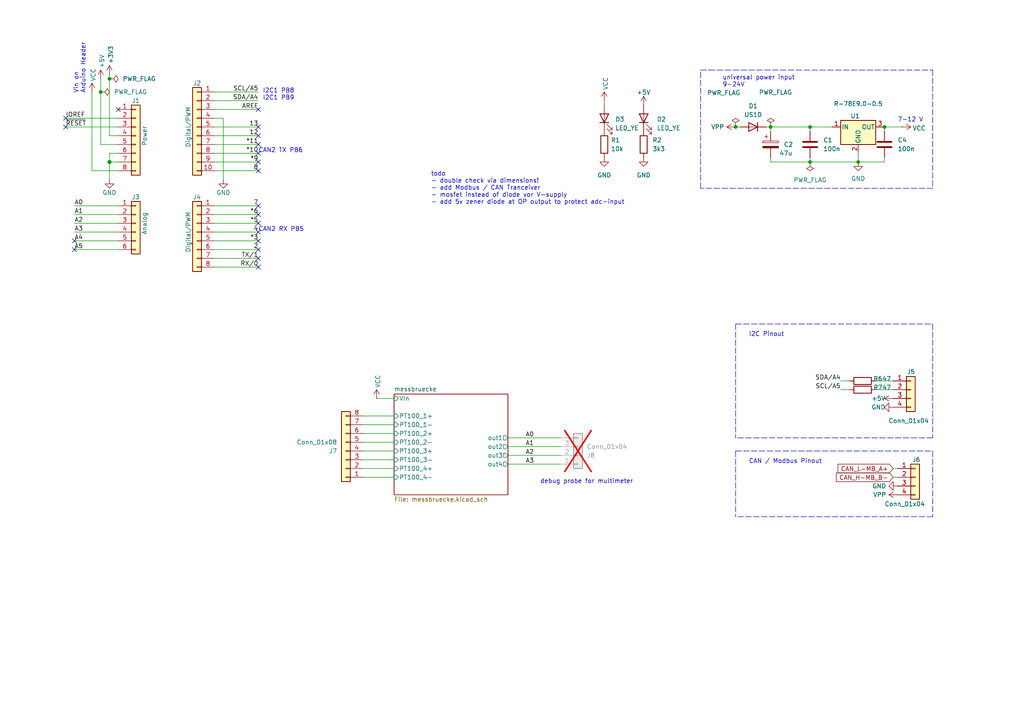
<source format=kicad_sch>
(kicad_sch (version 20231120) (generator "eeschema") (generator_version "8.0")
  (paper "A4")
  (title_block (title "4-Fach Messbruecke PT1000") (date "2024-09-02") (rev "v.0.2") (company "LMWB") (comment 1 "Lukas Bartels 2024"))
  (lib_symbols
    (symbol "Connector_Generic:Conn_01x04" (pin_names (offset 1.016) hide)
      (property "Reference" "J" (at 0 5.08 0))
      (property "Value" "Conn_01x04" (at 0 -7.62 0))
      (symbol "Conn_01x04_1_1"
        (rectangle (start -1.27 -4.953) (end 0 -5.207) (stroke (width 0.1524)))
        (rectangle (start -1.27 -2.413) (end 0 -2.667) (stroke (width 0.1524)))
        (rectangle (start -1.27 0.127) (end 0 -0.127) (stroke (width 0.1524)))
        (rectangle (start -1.27 2.667) (end 0 2.413) (stroke (width 0.1524)))
        (rectangle (start -1.27 3.81) (end 1.27 -6.35) (stroke (width 0.254)) (fill (type background)))
        (pin passive line (at -5.08 2.54 0) (length 3.81) (name "Pin_1") (number "1"))
        (pin passive line (at -5.08 0 0) (length 3.81) (name "Pin_2") (number "2"))
        (pin passive line (at -5.08 -2.54 0) (length 3.81) (name "Pin_3") (number "3"))
        (pin passive line (at -5.08 -5.08 0) (length 3.81) (name "Pin_4") (number "4"))
      )
    )
    (symbol "Connector_Generic:Conn_01x06" (pin_names (offset 1.016) hide)
      (property "Reference" "J" (at 0 7.62 0))
      (property "Value" "Conn_01x06" (at 0 -10.16 0))
      (symbol "Conn_01x06_1_1"
        (rectangle (start -1.27 -7.493) (end 0 -7.747) (stroke (width 0.1524)))
        (rectangle (start -1.27 -4.953) (end 0 -5.207) (stroke (width 0.1524)))
        (rectangle (start -1.27 -2.413) (end 0 -2.667) (stroke (width 0.1524)))
        (rectangle (start -1.27 0.127) (end 0 -0.127) (stroke (width 0.1524)))
        (rectangle (start -1.27 2.667) (end 0 2.413) (stroke (width 0.1524)))
        (rectangle (start -1.27 5.207) (end 0 4.953) (stroke (width 0.1524)))
        (rectangle (start -1.27 6.35) (end 1.27 -8.89) (stroke (width 0.254)) (fill (type background)))
        (pin passive line (at -5.08 5.08 0) (length 3.81) (name "Pin_1") (number "1"))
        (pin passive line (at -5.08 2.54 0) (length 3.81) (name "Pin_2") (number "2"))
        (pin passive line (at -5.08 0 0) (length 3.81) (name "Pin_3") (number "3"))
        (pin passive line (at -5.08 -2.54 0) (length 3.81) (name "Pin_4") (number "4"))
        (pin passive line (at -5.08 -5.08 0) (length 3.81) (name "Pin_5") (number "5"))
        (pin passive line (at -5.08 -7.62 0) (length 3.81) (name "Pin_6") (number "6"))
      )
    )
    (symbol "Connector_Generic:Conn_01x08" (pin_names (offset 1.016) hide)
      (property "Reference" "J" (at 0 10.16 0))
      (property "Value" "Conn_01x08" (at 0 -12.7 0))
      (symbol "Conn_01x08_1_1"
        (rectangle (start -1.27 -10.033) (end 0 -10.287) (stroke (width 0.1524)))
        (rectangle (start -1.27 -7.493) (end 0 -7.747) (stroke (width 0.1524)))
        (rectangle (start -1.27 -4.953) (end 0 -5.207) (stroke (width 0.1524)))
        (rectangle (start -1.27 -2.413) (end 0 -2.667) (stroke (width 0.1524)))
        (rectangle (start -1.27 0.127) (end 0 -0.127) (stroke (width 0.1524)))
        (rectangle (start -1.27 2.667) (end 0 2.413) (stroke (width 0.1524)))
        (rectangle (start -1.27 5.207) (end 0 4.953) (stroke (width 0.1524)))
        (rectangle (start -1.27 7.747) (end 0 7.493) (stroke (width 0.1524)))
        (rectangle (start -1.27 8.89) (end 1.27 -11.43) (stroke (width 0.254)) (fill (type background)))
        (pin passive line (at -5.08 7.62 0) (length 3.81) (name "Pin_1") (number "1"))
        (pin passive line (at -5.08 5.08 0) (length 3.81) (name "Pin_2") (number "2"))
        (pin passive line (at -5.08 2.54 0) (length 3.81) (name "Pin_3") (number "3"))
        (pin passive line (at -5.08 0 0) (length 3.81) (name "Pin_4") (number "4"))
        (pin passive line (at -5.08 -2.54 0) (length 3.81) (name "Pin_5") (number "5"))
        (pin passive line (at -5.08 -5.08 0) (length 3.81) (name "Pin_6") (number "6"))
        (pin passive line (at -5.08 -7.62 0) (length 3.81) (name "Pin_7") (number "7"))
        (pin passive line (at -5.08 -10.16 0) (length 3.81) (name "Pin_8") (number "8"))
      )
    )
    (symbol "Connector_Generic:Conn_01x10" (pin_names (offset 1.016) hide)
      (property "Reference" "J" (at 0 12.7 0))
      (property "Value" "Conn_01x10" (at 0 -15.24 0))
      (symbol "Conn_01x10_1_1"
        (rectangle (start -1.27 -12.573) (end 0 -12.827) (stroke (width 0.1524)))
        (rectangle (start -1.27 -10.033) (end 0 -10.287) (stroke (width 0.1524)))
        (rectangle (start -1.27 -7.493) (end 0 -7.747) (stroke (width 0.1524)))
        (rectangle (start -1.27 -4.953) (end 0 -5.207) (stroke (width 0.1524)))
        (rectangle (start -1.27 -2.413) (end 0 -2.667) (stroke (width 0.1524)))
        (rectangle (start -1.27 0.127) (end 0 -0.127) (stroke (width 0.1524)))
        (rectangle (start -1.27 2.667) (end 0 2.413) (stroke (width 0.1524)))
        (rectangle (start -1.27 5.207) (end 0 4.953) (stroke (width 0.1524)))
        (rectangle (start -1.27 7.747) (end 0 7.493) (stroke (width 0.1524)))
        (rectangle (start -1.27 10.287) (end 0 10.033) (stroke (width 0.1524)))
        (rectangle (start -1.27 11.43) (end 1.27 -13.97) (stroke (width 0.254)) (fill (type background)))
        (pin passive line (at -5.08 10.16 0) (length 3.81) (name "Pin_1") (number "1"))
        (pin passive line (at -5.08 -12.7 0) (length 3.81) (name "Pin_10") (number "10"))
        (pin passive line (at -5.08 7.62 0) (length 3.81) (name "Pin_2") (number "2"))
        (pin passive line (at -5.08 5.08 0) (length 3.81) (name "Pin_3") (number "3"))
        (pin passive line (at -5.08 2.54 0) (length 3.81) (name "Pin_4") (number "4"))
        (pin passive line (at -5.08 0 0) (length 3.81) (name "Pin_5") (number "5"))
        (pin passive line (at -5.08 -2.54 0) (length 3.81) (name "Pin_6") (number "6"))
        (pin passive line (at -5.08 -5.08 0) (length 3.81) (name "Pin_7") (number "7"))
        (pin passive line (at -5.08 -7.62 0) (length 3.81) (name "Pin_8") (number "8"))
        (pin passive line (at -5.08 -10.16 0) (length 3.81) (name "Pin_9") (number "9"))
      )
    )
    (symbol "Device:C" (pin_numbers hide) (pin_names (offset 0.254))
      (property "Reference" "C" (at 0.635 2.54 0))
      (property "Value" "C" (at 0.635 -2.54 0))
      (symbol "C_0_1"
        (polyline (pts (xy -2.032 -0.762) (xy 2.032 -0.762)) (stroke (width 0.508)))
        (polyline (pts (xy -2.032 0.762) (xy 2.032 0.762)) (stroke (width 0.508)))
      )
      (symbol "C_1_1"
        (pin passive line (at 0 3.81 270) (length 2.794) (name "~") (number "1"))
        (pin passive line (at 0 -3.81 90) (length 2.794) (name "~") (number "2"))
      )
    )
    (symbol "Device:C_Polarized" (pin_numbers hide) (pin_names (offset 0.254))
      (property "Reference" "C" (at 0.635 2.54 0))
      (property "Value" "C_Polarized" (at 0.635 -2.54 0))
      (symbol "C_Polarized_0_1"
        (rectangle (start -2.286 0.508) (end 2.286 1.016))
        (polyline (pts (xy -1.778 2.286) (xy -0.762 2.286)))
        (polyline (pts (xy -1.27 2.794) (xy -1.27 1.778)))
        (rectangle (start 2.286 -0.508) (end -2.286 -1.016) (fill (type outline)))
      )
      (symbol "C_Polarized_1_1"
        (pin passive line (at 0 3.81 270) (length 2.794) (name "~") (number "1"))
        (pin passive line (at 0 -3.81 90) (length 2.794) (name "~") (number "2"))
      )
    )
    (symbol "Device:LED" (pin_numbers hide) (pin_names (offset 1.016) hide)
      (property "Reference" "D" (at 0 2.54 0))
      (property "Value" "LED" (at 0 -2.54 0))
      (symbol "LED_0_1"
        (polyline (pts (xy -1.27 -1.27) (xy -1.27 1.27)) (stroke (width 0.254)))
        (polyline (pts (xy -1.27 0) (xy 1.27 0)))
        (polyline (pts (xy 1.27 -1.27) (xy 1.27 1.27) (xy -1.27 0) (xy 1.27 -1.27)) (stroke (width 0.254)))
        (polyline (pts (xy -3.048 -0.762) (xy -4.572 -2.286) (xy -3.81 -2.286) (xy -4.572 -2.286) (xy -4.572 -1.524)))
        (polyline (pts (xy -1.778 -0.762) (xy -3.302 -2.286) (xy -2.54 -2.286) (xy -3.302 -2.286) (xy -3.302 -1.524)))
      )
      (symbol "LED_1_1"
        (pin passive line (at -3.81 0 0) (length 2.54) (name "K") (number "1"))
        (pin passive line (at 3.81 0 180) (length 2.54) (name "A") (number "2"))
      )
    )
    (symbol "Device:R" (pin_numbers hide) (pin_names (offset 0))
      (property "Reference" "R" (at 2.032 0 90))
      (property "Value" "R" (at 0 0 90))
      (symbol "R_0_1"
        (rectangle (start -1.016 -2.54) (end 1.016 2.54) (stroke (width 0.254)))
      )
      (symbol "R_1_1"
        (pin passive line (at 0 3.81 270) (length 1.27) (name "~") (number "1"))
        (pin passive line (at 0 -3.81 90) (length 1.27) (name "~") (number "2"))
      )
    )
    (symbol "Diode:US1D" (pin_numbers hide) (pin_names hide)
      (property "Reference" "D" (at 0 2.54 0))
      (property "Value" "US1D" (at 0 -2.54 0))
      (symbol "US1D_0_1"
        (polyline (pts (xy -1.27 1.27) (xy -1.27 -1.27)) (stroke (width 0.254)))
        (polyline (pts (xy 1.27 0) (xy -1.27 0)))
        (polyline (pts (xy 1.27 1.27) (xy 1.27 -1.27) (xy -1.27 0) (xy 1.27 1.27)) (stroke (width 0.254)))
      )
      (symbol "US1D_1_1"
        (pin passive line (at -3.81 0 0) (length 2.54) (name "K") (number "1"))
        (pin passive line (at 3.81 0 180) (length 2.54) (name "A") (number "2"))
      )
    )
    (symbol "Library:Conn_01x04" (pin_names (offset 1.016) hide)
      (property "Reference" "J" (at 0 5.08 0))
      (property "Value" "Conn_01x04" (at 0 -7.62 0))
      (symbol "Conn_01x04_1_1"
        (rectangle (start -1.27 -4.953) (end 0 -5.207) (stroke (width 0.1524)))
        (rectangle (start -1.27 -2.413) (end 0 -2.667) (stroke (width 0.1524)))
        (rectangle (start -1.27 0.127) (end 0 -0.127) (stroke (width 0.1524)))
        (rectangle (start -1.27 2.667) (end 0 2.413) (stroke (width 0.1524)))
        (rectangle (start -1.27 3.81) (end 1.27 -6.35) (stroke (width 0.254)) (fill (type background)))
        (pin passive line (at -5.08 2.54 0) (length 3.81) (name "Pin_1") (number "1"))
        (pin passive line (at -5.08 0 0) (length 3.81) (name "Pin_2") (number "2"))
        (pin passive line (at -5.08 -2.54 0) (length 3.81) (name "Pin_3") (number "3"))
        (pin passive line (at -5.08 -5.08 0) (length 3.81) (name "Pin_4") (number "4"))
      )
    )
    (symbol "Regulator_Switching:R-78E9.0-0.5" (pin_names (offset 0.254))
      (property "Reference" "U" (at -3.81 3.175 0))
      (property "Value" "R-78E9.0-0.5" (at 0 3.175 0))
      (symbol "R-78E9.0-0.5_0_1"
        (rectangle (start -5.08 1.905) (end 5.08 -5.08) (stroke (width 0.254)) (fill (type background)))
      )
      (symbol "R-78E9.0-0.5_1_1"
        (pin power_in line (at -7.62 0 0) (length 2.54) (name "IN") (number "1"))
        (pin power_in line (at 0 -7.62 90) (length 2.54) (name "GND") (number "2"))
        (pin power_out line (at 7.62 0 180) (length 2.54) (name "OUT") (number "3"))
      )
    )
    (symbol "power:+3V3" (power) (pin_numbers hide) (pin_names (offset 0) hide)
      (property "Value" "+3V3" (at 0 3.556 0))
      (symbol "+3V3_0_1"
        (polyline (pts (xy -0.762 1.27) (xy 0 2.54)))
        (polyline (pts (xy 0 0) (xy 0 2.54)))
        (polyline (pts (xy 0 2.54) (xy 0.762 1.27)))
      )
      (symbol "+3V3_1_1"
        (pin power_in line (at 0 0 90) (length 0) (name "~") (number "1"))
      )
    )
    (symbol "power:+5V" (power) (pin_numbers hide) (pin_names (offset 0) hide)
      (property "Value" "+5V" (at 0 3.556 0))
      (symbol "+5V_0_1"
        (polyline (pts (xy -0.762 1.27) (xy 0 2.54)))
        (polyline (pts (xy 0 0) (xy 0 2.54)))
        (polyline (pts (xy 0 2.54) (xy 0.762 1.27)))
      )
      (symbol "+5V_1_1"
        (pin power_in line (at 0 0 90) (length 0) (name "~") (number "1"))
      )
    )
    (symbol "power:GND" (power) (pin_numbers hide) (pin_names (offset 0) hide)
      (property "Value" "GND" (at 0 -3.81 0))
      (symbol "GND_0_1"
        (polyline (pts (xy 0 0) (xy 0 -1.27) (xy 1.27 -1.27) (xy 0 -2.54) (xy -1.27 -1.27) (xy 0 -1.27)))
      )
      (symbol "GND_1_1"
        (pin power_in line (at 0 0 270) (length 0) (name "~") (number "1"))
      )
    )
    (symbol "power:PWR_FLAG" (power) (pin_numbers hide) (pin_names (offset 0) hide)
      (property "Value" "PWR_FLAG" (at 0 3.81 0))
      (symbol "PWR_FLAG_0_0"
        (pin power_out line (at 0 0 90) (length 0) (name "~") (number "1"))
      )
      (symbol "PWR_FLAG_0_1"
        (polyline (pts (xy 0 0) (xy 0 1.27) (xy -1.016 1.905) (xy 0 2.54) (xy 1.016 1.905) (xy 0 1.27)))
      )
    )
    (symbol "power:VCC" (power) (pin_numbers hide) (pin_names (offset 0) hide)
      (property "Value" "VCC" (at 0 3.556 0))
      (symbol "VCC_0_1"
        (polyline (pts (xy -0.762 1.27) (xy 0 2.54)))
        (polyline (pts (xy 0 0) (xy 0 2.54)))
        (polyline (pts (xy 0 2.54) (xy 0.762 1.27)))
      )
      (symbol "VCC_1_1"
        (pin power_in line (at 0 0 90) (length 0) (name "~") (number "1"))
      )
    )
    (symbol "power:VPP" (power) (pin_numbers hide) (pin_names (offset 0) hide)
      (property "Value" "VPP" (at 0 3.556 0))
      (symbol "VPP_0_1"
        (polyline (pts (xy -0.762 1.27) (xy 0 2.54)))
        (polyline (pts (xy 0 0) (xy 0 2.54)))
        (polyline (pts (xy 0 2.54) (xy 0.762 1.27)))
      )
      (symbol "VPP_1_1"
        (pin power_in line (at 0 0 90) (length 0) (name "~") (number "1"))
      )
    )
  )
  (junction (at 213.36 36.83))
  (junction (at 234.95 36.83))
  (junction (at 31.75 46.99) (diameter 1.016))
  (junction (at 31.75 22.86))
  (junction (at 223.52 36.83))
  (junction (at 234.95 46.99))
  (junction (at 256.54 36.83))
  (junction (at 29.21 26.67))
  (junction (at 248.92 46.99))
  (no_connect (at 74.93 64.77))
  (no_connect (at 21.59 72.39))
  (no_connect (at 74.93 36.83))
  (no_connect (at 19.05 34.29))
  (no_connect (at 19.05 36.83))
  (no_connect (at 74.93 46.99))
  (no_connect (at 74.93 44.45))
  (no_connect (at 74.93 49.53))
  (no_connect (at 74.93 31.75))
  (no_connect (at 74.93 74.93))
  (no_connect (at 74.93 72.39))
  (no_connect (at 74.93 67.31))
  (no_connect (at 74.93 41.91))
  (no_connect (at 74.93 62.23))
  (no_connect (at 74.93 69.85))
  (no_connect (at 74.93 39.37))
  (no_connect (at 34.29 31.75))
  (no_connect (at 74.93 59.69))
  (no_connect (at 74.93 77.47))
  (no_connect (at 21.59 69.85))
  (wire (pts (xy 62.23 77.47) (xy 74.93 77.47)))
  (wire (pts (xy 259.08 138.43) (xy 260.35 138.43)))
  (wire (pts (xy 62.23 44.45) (xy 74.93 44.45)))
  (wire (pts (xy 234.95 36.83) (xy 234.95 38.1)))
  (wire (pts (xy 62.23 26.67) (xy 74.93 26.67)))
  (polyline (pts (xy 270.51 54.61) (xy 203.2 54.61)) (stroke (width 0) (type dash)))
  (wire (pts (xy 31.75 22.86) (xy 31.75 39.37)))
  (polyline (pts (xy 213.36 130.81) (xy 213.36 149.86)) (stroke (width 0) (type dash)))
  (wire (pts (xy 31.75 44.45) (xy 31.75 46.99)))
  (wire (pts (xy 223.52 46.99) (xy 234.95 46.99)))
  (wire (pts (xy 21.59 72.39) (xy 34.29 72.39)))
  (wire (pts (xy 256.54 45.72) (xy 256.54 46.99)))
  (wire (pts (xy 109.22 115.57) (xy 114.3 115.57)))
  (wire (pts (xy 105.41 128.27) (xy 114.3 128.27)))
  (polyline (pts (xy 213.36 127) (xy 213.36 127)) (stroke (width 0) (type dash)))
  (wire (pts (xy 31.75 46.99) (xy 31.75 52.07)))
  (wire (pts (xy 31.75 39.37) (xy 34.29 39.37)))
  (wire (pts (xy 234.95 36.83) (xy 241.3 36.83)))
  (wire (pts (xy 29.21 41.91) (xy 34.29 41.91)))
  (polyline (pts (xy 270.51 20.32) (xy 270.51 54.61)) (stroke (width 0) (type dash)))
  (wire (pts (xy 62.23 36.83) (xy 74.93 36.83)))
  (wire (pts (xy 234.95 46.99) (xy 248.92 46.99)))
  (wire (pts (xy 31.75 21.59) (xy 31.75 22.86)))
  (wire (pts (xy 62.23 59.69) (xy 74.93 59.69)))
  (wire (pts (xy 34.29 59.69) (xy 21.59 59.69)))
  (wire (pts (xy 62.23 39.37) (xy 74.93 39.37)))
  (wire (pts (xy 62.23 62.23) (xy 74.93 62.23)))
  (wire (pts (xy 147.32 127) (xy 162.56 127)))
  (wire (pts (xy 234.95 45.72) (xy 234.95 46.99)))
  (wire (pts (xy 248.92 44.45) (xy 248.92 46.99)))
  (wire (pts (xy 243.84 110.49) (xy 246.38 110.49)))
  (wire (pts (xy 261.62 36.83) (xy 256.54 36.83)))
  (wire (pts (xy 147.32 132.08) (xy 162.56 132.08)))
  (wire (pts (xy 105.41 130.81) (xy 114.3 130.81)))
  (wire (pts (xy 62.23 46.99) (xy 74.93 46.99)))
  (polyline (pts (xy 270.51 93.98) (xy 270.51 127)) (stroke (width 0) (type dash)))
  (wire (pts (xy 62.23 67.31) (xy 74.93 67.31)))
  (wire (pts (xy 254 110.49) (xy 259.08 110.49)))
  (wire (pts (xy 29.21 22.86) (xy 29.21 26.67)))
  (wire (pts (xy 222.25 36.83) (xy 223.52 36.83)))
  (wire (pts (xy 254 113.03) (xy 259.08 113.03)))
  (wire (pts (xy 19.05 34.29) (xy 34.29 34.29)))
  (polyline (pts (xy 213.36 130.81) (xy 270.51 130.81)) (stroke (width 0) (type dash)))
  (wire (pts (xy 64.77 34.29) (xy 64.77 52.07)))
  (wire (pts (xy 62.23 31.75) (xy 74.93 31.75)))
  (wire (pts (xy 147.32 129.54) (xy 162.56 129.54)))
  (wire (pts (xy 34.29 64.77) (xy 21.59 64.77)))
  (wire (pts (xy 19.05 36.83) (xy 34.29 36.83)))
  (wire (pts (xy 256.54 36.83) (xy 256.54 38.1)))
  (wire (pts (xy 34.29 46.99) (xy 31.75 46.99)))
  (wire (pts (xy 223.52 46.99) (xy 223.52 45.72)))
  (wire (pts (xy 175.26 29.21) (xy 175.26 30.48)))
  (wire (pts (xy 105.41 133.35) (xy 114.3 133.35)))
  (wire (pts (xy 34.29 49.53) (xy 26.67 49.53)))
  (polyline (pts (xy 203.2 20.32) (xy 205.74 20.32)) (stroke (width 0) (type dash)))
  (wire (pts (xy 213.36 36.83) (xy 214.63 36.83)))
  (wire (pts (xy 21.59 62.23) (xy 34.29 62.23)))
  (wire (pts (xy 259.08 135.89) (xy 260.35 135.89)))
  (wire (pts (xy 243.84 113.03) (xy 246.38 113.03)))
  (polyline (pts (xy 203.2 54.61) (xy 203.2 20.32)) (stroke (width 0) (type dash)))
  (wire (pts (xy 62.23 34.29) (xy 64.77 34.29)))
  (wire (pts (xy 34.29 44.45) (xy 31.75 44.45)))
  (wire (pts (xy 105.41 120.65) (xy 114.3 120.65)))
  (wire (pts (xy 62.23 41.91) (xy 74.93 41.91)))
  (polyline (pts (xy 205.74 20.32) (xy 270.51 20.32)) (stroke (width 0) (type dash)))
  (wire (pts (xy 223.52 36.83) (xy 223.52 38.1)))
  (wire (pts (xy 62.23 64.77) (xy 74.93 64.77)))
  (wire (pts (xy 147.32 134.62) (xy 162.56 134.62)))
  (wire (pts (xy 21.59 67.31) (xy 34.29 67.31)))
  (polyline (pts (xy 270.51 149.86) (xy 213.36 149.86)) (stroke (width 0) (type dash)))
  (polyline (pts (xy 270.51 127) (xy 213.36 127)) (stroke (width 0) (type dash)))
  (polyline (pts (xy 213.36 93.98) (xy 213.36 127)) (stroke (width 0) (type dash)))
  (wire (pts (xy 62.23 29.21) (xy 74.93 29.21)))
  (wire (pts (xy 62.23 72.39) (xy 74.93 72.39)))
  (wire (pts (xy 105.41 123.19) (xy 114.3 123.19)))
  (wire (pts (xy 62.23 69.85) (xy 74.93 69.85)))
  (wire (pts (xy 105.41 138.43) (xy 114.3 138.43)))
  (polyline (pts (xy 270.51 130.81) (xy 270.51 149.86)) (stroke (width 0) (type dash)))
  (wire (pts (xy 105.41 125.73) (xy 114.3 125.73)))
  (wire (pts (xy 105.41 135.89) (xy 114.3 135.89)))
  (wire (pts (xy 248.92 46.99) (xy 256.54 46.99)))
  (wire (pts (xy 29.21 26.67) (xy 29.21 41.91)))
  (wire (pts (xy 62.23 74.93) (xy 74.93 74.93)))
  (wire (pts (xy 26.67 26.67) (xy 26.67 49.53)))
  (wire (pts (xy 34.29 69.85) (xy 21.59 69.85)))
  (polyline (pts (xy 213.36 93.98) (xy 270.51 93.98)) (stroke (width 0) (type dash)))
  (wire (pts (xy 223.52 36.83) (xy 234.95 36.83)))
  (wire (pts (xy 62.23 49.53) (xy 74.93 49.53)))
  (text "Vin on\nArduino Header" (at 23.114 27.178 90) (effects (font (size 1.27 1.27)) (justify left)))
  (text "I2C1 PB8\nI2C1 PB9" (at 76.2 29.21 0) (effects (font (size 1.27 1.27)) (justify left bottom)))
  (text "7-12 V" (at 260.35 35.56 0) (effects (font (size 1.27 1.27)) (justify left bottom)))
  (text "CAN / Modbus Pinout" (at 217.17 134.62 0) (effects (font (size 1.27 1.27)) (justify left bottom)))
  (text "CAN2 RX PB5 " (at 74.93 67.31 0) (effects (font (size 1.27 1.27)) (justify left bottom)))
  (text "CAN2 TX PB6 " (at 74.93 44.45 0) (effects (font (size 1.27 1.27)) (justify left bottom)))
  (text "I2C Pinout" (at 217.17 97.79 0) (effects (font (size 1.27 1.27)) (justify left bottom)))
  (text "todo\n- double check via dimensions!\n- add Modbus / CAN Tranceiver\n- mosfet instead of diode vor V-supply\n- add 5v zener diode at OP output to protect adc-input" (at 124.968 54.61 0) (effects (font (size 1.27 1.27)) (justify left)))
  (text "debug probe for multimeter" (at 170.18 139.7 0) (effects (font (size 1.27 1.27))))
  (text "universal power input\n9-24V" (at 209.55 25.4 0) (effects (font (size 1.27 1.27)) (justify left bottom)))
  (label "RX{slash}0" (at 74.93 77.47 180))
  (label "A2" (at 152.4 132.08 0))
  (label "A2" (at 21.59 64.77 0))
  (label "4" (at 74.93 67.31 180))
  (label "A0" (at 152.4 127 0))
  (label "A1" (at 152.4 129.54 0))
  (label "2" (at 74.93 72.39 180))
  (label "A3" (at 21.59 67.31 0))
  (label "13" (at 74.93 36.83 180))
  (label "12" (at 74.93 39.37 180))
  (label "SDA{slash}A4" (at 243.84 110.49 180))
  (label "~{RESET}" (at 19.05 36.83 0))
  (label "*10" (at 74.93 44.45 180))
  (label "SCL{slash}A5" (at 243.84 113.03 180))
  (label "7" (at 74.93 59.69 180))
  (label "SDA{slash}A4" (at 74.93 29.21 180))
  (label "8" (at 74.93 49.53 180))
  (label "*11" (at 74.93 41.91 180))
  (label "*3" (at 74.93 69.85 180))
  (label "A1" (at 21.59 62.23 0))
  (label "TX{slash}1" (at 74.93 74.93 180))
  (label "A0" (at 21.59 59.69 0))
  (label "AREF" (at 74.93 31.75 180))
  (label "*6" (at 74.93 62.23 180))
  (label "SCL{slash}A5" (at 74.93 26.67 180))
  (label "*9" (at 74.93 46.99 180))
  (label "*5" (at 74.93 64.77 180))
  (label "IOREF" (at 19.05 34.29 0))
  (label "A4" (at 21.59 69.85 0))
  (label "A5" (at 21.59 72.39 0))
  (label "A3" (at 152.4 134.62 0))
  (global_label "CAN_L-MB_A+" (shape input) (at 259.08 135.89 180) (property "Intersheetrefs" "${INTERSHEET_REFS}" (effects (hide yes))))
  (global_label "CAN_H-MB_B-" (shape input) (at 259.08 138.43 180) (property "Intersheetrefs" "${INTERSHEET_REFS}" (effects (hide yes))))
  (symbol (lib_id "Connector_Generic:Conn_01x08") (at 39.37 39.37 0) (unit 1)
    (property "Reference" "J1" (at 39.37 29.21 0))
    (property "Value" "Power" (at 41.91 39.37 90))
    (property "Footprint" "Connector_PinSocket_2.54mm:PinSocket_1x08_P2.54mm_Vertical" (effects (hide yes)))
    (property "Description" "Generic connector, single row, 01x08, script generated (kicad-library-utils/schlib/autogen/connector/)" (effects (hide yes)))
  )
  (symbol (lib_id "power:+3V3") (at 31.75 21.59 0) (unit 1)
    (property "Reference" "#PWR03" (effects (hide yes)))
    (property "Value" "+3V3" (at 32.131 18.542 90) (effects (justify left)))
    (property "Description" "Power symbol creates a global label with name \"+3V3\"" (effects (hide yes)))
  )
  (symbol (lib_id "power:+5V") (at 29.21 22.86 0) (unit 1)
    (property "Reference" "#PWR02" (effects (hide yes)))
    (property "Value" "+5V" (at 29.5656 19.812 90) (effects (justify left)))
    (property "Description" "Power symbol creates a global label with name \"+5V\"" (effects (hide yes)))
  )
  (symbol (lib_id "power:GND") (at 31.75 52.07 0) (unit 1)
    (property "Reference" "#PWR04" (effects (hide yes)))
    (property "Value" "GND" (at 31.75 55.88 0))
    (property "Description" "Power symbol creates a global label with name \"GND\" , ground" (effects (hide yes)))
  )
  (symbol (lib_id "Connector_Generic:Conn_01x10") (at 57.15 36.83 0) (mirror y) (unit 1)
    (property "Reference" "J2" (at 57.15 24.13 0))
    (property "Value" "Digital/PWM" (at 54.61 36.83 90))
    (property "Footprint" "Connector_PinSocket_2.54mm:PinSocket_1x10_P2.54mm_Vertical" (effects (hide yes)))
    (property "Description" "Generic connector, single row, 01x10, script generated (kicad-library-utils/schlib/autogen/connector/)" (effects (hide yes)))
  )
  (symbol (lib_id "power:GND") (at 64.77 52.07 0) (unit 1)
    (property "Reference" "#PWR05" (effects (hide yes)))
    (property "Value" "GND" (at 64.77 55.88 0))
    (property "Description" "Power symbol creates a global label with name \"GND\" , ground" (effects (hide yes)))
  )
  (symbol (lib_id "Connector_Generic:Conn_01x06") (at 39.37 64.77 0) (unit 1)
    (property "Reference" "J3" (at 39.37 57.15 0))
    (property "Value" "Analog" (at 41.91 64.77 90))
    (property "Footprint" "Connector_PinSocket_2.54mm:PinSocket_1x06_P2.54mm_Vertical" (effects (hide yes)))
    (property "Description" "Generic connector, single row, 01x06, script generated (kicad-library-utils/schlib/autogen/connector/)" (effects (hide yes)))
  )
  (symbol (lib_id "Connector_Generic:Conn_01x08") (at 57.15 67.31 0) (mirror y) (unit 1)
    (property "Reference" "J4" (at 57.15 57.15 0))
    (property "Value" "Digital/PWM" (at 54.61 67.31 90))
    (property "Footprint" "Connector_PinSocket_2.54mm:PinSocket_1x08_P2.54mm_Vertical" (effects (hide yes)))
    (property "Description" "Generic connector, single row, 01x08, script generated (kicad-library-utils/schlib/autogen/connector/)" (effects (hide yes)))
  )
  (symbol (lib_id "Device:R") (at 175.26 41.91 0) (unit 1)
    (property "Reference" "R1" (at 177.165 40.6399 0) (effects (justify left)))
    (property "Value" "10k" (at 177.165 43.1799 0) (effects (justify left)))
    (property "Footprint" "Resistor_SMD:R_1206_3216Metric_Pad1.30x1.75mm_HandSolder" (effects (hide yes)))
    (property "Description" "Resistor" (effects (hide yes)))
  )
  (symbol (lib_id "power:GND") (at 186.69 45.72 0) (unit 1)
    (property "Reference" "#PWR0126" (effects (hide yes)))
    (property "Value" "GND" (at 186.69 50.8 0))
    (property "Description" "Power symbol creates a global label with name \"GND\" , ground" (effects (hide yes)))
  )
  (symbol (lib_id "power:PWR_FLAG") (at 213.36 36.83 0) (unit 1)
    (property "Reference" "#FLG0104" (effects (hide yes)))
    (property "Value" "PWR_FLAG" (at 209.931 26.924 0))
    (property "Description" "Special symbol for telling ERC where power comes from" (effects (hide yes)))
  )
  (symbol (lib_id "power:GND") (at 259.08 118.11 270) (unit 1)
    (property "Reference" "#PWR0103" (effects (hide yes)))
    (property "Value" "GND" (at 252.73 118.11 90) (effects (justify left)))
    (property "Description" "Power symbol creates a global label with name \"GND\" , ground" (effects (hide yes)))
  )
  (symbol (lib_id "Connector_Generic:Conn_01x04") (at 264.16 113.03 0) (unit 1)
    (property "Reference" "J5" (at 263.017 107.823 0) (effects (justify left)))
    (property "Value" "Conn_01x04" (at 257.683 122.047 0) (effects (justify left)))
    (property "Footprint" "Connector_PinHeader_2.54mm:PinHeader_1x04_P2.54mm_Vertical" (effects (hide yes)))
    (property "Description" "Generic connector, single row, 01x04, script generated (kicad-library-utils/schlib/autogen/connector/)" (effects (hide yes)))
  )
  (symbol (lib_id "power:GND") (at 248.92 46.99 0) (unit 1)
    (property "Reference" "#PWR0111" (effects (hide yes)))
    (property "Value" "GND" (at 248.92 51.816 0))
    (property "Description" "Power symbol creates a global label with name \"GND\" , ground" (effects (hide yes)))
  )
  (symbol (lib_id "Device:C") (at 256.54 41.91 0) (unit 1)
    (property "Reference" "C4" (at 260.35 40.6399 0) (effects (justify left)))
    (property "Value" "100n" (at 260.35 43.1799 0) (effects (justify left)))
    (property "Footprint" "Capacitor_SMD:C_1206_3216Metric_Pad1.33x1.80mm_HandSolder" (effects (hide yes)))
    (property "Description" "Unpolarized capacitor" (effects (hide yes)))
  )
  (symbol (lib_id "power:VCC") (at 26.67 26.67 0) (unit 1)
    (property "Reference" "#PWR01" (effects (hide yes)))
    (property "Value" "VCC" (at 27.051 23.622 90) (effects (justify left)))
    (property "Description" "Power symbol creates a global label with name \"VCC\"" (effects (hide yes)))
  )
  (symbol (lib_id "Device:R") (at 250.19 110.49 90) (unit 1)
    (property "Reference" "R6" (at 254.635 109.855 90))
    (property "Value" "47" (at 257.175 109.855 90))
    (property "Footprint" "Resistor_SMD:R_1206_3216Metric_Pad1.30x1.75mm_HandSolder" (effects (hide yes)))
    (property "Description" "Resistor" (effects (hide yes)))
  )
  (symbol (lib_id "power:VPP") (at 213.36 36.83 90) (unit 1)
    (property "Reference" "#PWR0110" (effects (hide yes)))
    (property "Value" "VPP" (at 210.058 36.8299 90) (effects (justify left)))
    (property "Description" "Power symbol creates a global label with name \"VPP\"" (effects (hide yes)))
  )
  (symbol (lib_id "Device:LED") (at 186.69 34.29 90) (unit 1)
    (property "Reference" "D2" (at 190.5 34.6074 90) (effects (justify right)))
    (property "Value" "LED_YE" (at 190.5 37.1474 90) (effects (justify right)))
    (property "Footprint" "LED_SMD:LED_1210_3225Metric_Pad1.42x2.65mm_HandSolder" (effects (hide yes)))
    (property "Description" "Light emitting diode" (effects (hide yes)))
  )
  (symbol (lib_id "power:GND") (at 175.26 45.72 0) (unit 1)
    (property "Reference" "#PWR0104" (effects (hide yes)))
    (property "Value" "GND" (at 175.26 50.8 0))
    (property "Description" "Power symbol creates a global label with name \"GND\" , ground" (effects (hide yes)))
  )
  (symbol (lib_id "Device:R") (at 186.69 41.91 0) (unit 1)
    (property "Reference" "R2" (at 189.23 40.6399 0) (effects (justify left)))
    (property "Value" "3k3" (at 189.23 43.1799 0) (effects (justify left)))
    (property "Footprint" "Resistor_SMD:R_1206_3216Metric_Pad1.30x1.75mm_HandSolder" (effects (hide yes)))
    (property "Description" "Resistor" (effects (hide yes)))
  )
  (symbol (lib_id "power:+5V") (at 186.69 30.48 0) (unit 1)
    (property "Reference" "#PWR0109" (effects (hide yes)))
    (property "Value" "+5V" (at 186.69 26.797 0))
    (property "Description" "Power symbol creates a global label with name \"+5V\"" (effects (hide yes)))
  )
  (symbol (lib_id "power:PWR_FLAG") (at 31.75 22.86 270) (unit 1)
    (property "Reference" "#FLG01" (effects (hide yes)))
    (property "Value" "PWR_FLAG" (at 35.56 22.8599 90) (effects (justify left)))
    (property "Description" "Special symbol for telling ERC where power comes from" (effects (hide yes)))
  )
  (symbol (lib_id "power:VCC") (at 175.26 29.21 0) (unit 1)
    (property "Reference" "#PWR0108" (effects (hide yes)))
    (property "Value" "VCC" (at 175.641 26.162 90) (effects (justify left)))
    (property "Description" "Power symbol creates a global label with name \"VCC\"" (effects (hide yes)))
  )
  (symbol (lib_id "power:PWR_FLAG") (at 234.95 46.99 180) (unit 1)
    (property "Reference" "#FLG0102" (effects (hide yes)))
    (property "Value" "PWR_FLAG" (at 234.95 52.197 0))
    (property "Description" "Special symbol for telling ERC where power comes from" (effects (hide yes)))
  )
  (symbol (lib_id "power:VCC") (at 109.22 115.57 0) (unit 1)
    (property "Reference" "#PWR022" (effects (hide yes)))
    (property "Value" "VCC" (at 109.601 112.522 90) (effects (justify left)))
    (property "Description" "Power symbol creates a global label with name \"VCC\"" (effects (hide yes)))
  )
  (symbol (lib_id "power:VCC") (at 261.62 36.83 270) (unit 1)
    (property "Reference" "#PWR0112" (effects (hide yes)))
    (property "Value" "VCC" (at 264.668 37.211 90) (effects (justify left)))
    (property "Description" "Power symbol creates a global label with name \"VCC\"" (effects (hide yes)))
  )
  (symbol (lib_id "power:+5V") (at 259.08 115.57 90) (unit 1)
    (property "Reference" "#PWR0107" (effects (hide yes)))
    (property "Value" "+5V" (at 252.73 115.57 90) (effects (justify right)))
    (property "Description" "Power symbol creates a global label with name \"+5V\"" (effects (hide yes)))
  )
  (symbol (lib_id "power:VPP") (at 260.35 143.51 90) (unit 1)
    (property "Reference" "#PWR0127" (effects (hide yes)))
    (property "Value" "VPP" (at 257.048 143.5099 90) (effects (justify left)))
    (property "Description" "Power symbol creates a global label with name \"VPP\"" (effects (hide yes)))
  )
  (symbol (lib_id "power:GND") (at 260.35 140.97 270) (unit 1)
    (property "Reference" "#PWR0101" (effects (hide yes)))
    (property "Value" "GND" (at 257.048 140.9699 90) (effects (justify right)))
    (property "Description" "Power symbol creates a global label with name \"GND\" , ground" (effects (hide yes)))
  )
  (symbol (lib_id "Device:C") (at 234.95 41.91 0) (unit 1)
    (property "Reference" "C1" (at 238.76 40.6399 0) (effects (justify left)))
    (property "Value" "100n" (at 238.76 43.1799 0) (effects (justify left)))
    (property "Footprint" "Capacitor_SMD:C_1206_3216Metric_Pad1.33x1.80mm_HandSolder" (effects (hide yes)))
    (property "Description" "Unpolarized capacitor" (effects (hide yes)))
  )
  (symbol (lib_id "Diode:US1D") (at 218.44 36.83 180) (unit 1)
    (property "Reference" "D1" (at 218.44 30.734 0))
    (property "Value" "US1D" (at 218.44 33.274 0))
    (property "Footprint" "Diode_SMD:D_SMA" (effects (hide yes)))
    (property "Datasheet" "https://www.diodes.com/assets/Datasheets/ds16008.pdf" (effects (hide yes)))
    (property "Description" "200V, 1A, General Purpose Rectifier Diode, SMA(DO-214AC)" (effects (hide yes)))
    (property "Sim.Device" "D" (effects (hide yes)))
    (property "Sim.Pins" "1=K 2=A" (effects (hide yes)))
  )
  (symbol (lib_id "power:PWR_FLAG") (at 29.21 26.67 270) (unit 1)
    (property "Reference" "#FLG02" (effects (hide yes)))
    (property "Value" "PWR_FLAG" (at 33.02 26.6699 90) (effects (justify left)))
    (property "Description" "Special symbol for telling ERC where power comes from" (effects (hide yes)))
  )
  (symbol (lib_id "power:PWR_FLAG") (at 223.52 36.83 0) (unit 1)
    (property "Reference" "#FLG0101" (effects (hide yes)))
    (property "Value" "PWR_FLAG" (at 224.917 26.797 0))
    (property "Description" "Special symbol for telling ERC where power comes from" (effects (hide yes)))
  )
  (symbol (lib_id "Regulator_Switching:R-78E9.0-0.5") (at 248.92 36.83 0) (unit 1)
    (property "Reference" "U1" (at 248.031 33.655 0))
    (property "Value" "R-78E9.0-0.5" (at 248.92 30.099 0))
    (property "Footprint" "Converter_DCDC:Converter_DCDC_RECOM_R-78E-0.5_THT" (effects (hide yes)))
    (property "Datasheet" "https://www.recom-power.com/pdf/Innoline/R-78Exx-0.5.pdf" (effects (hide yes)))
    (property "Description" "500mA Step-Down DC/DC-Regulator, 12-28V input, 9V fixed Output Voltage, LM78xx replacement, -40°C to +85°C, SIP3" (effects (hide yes)))
  )
  (symbol (lib_id "Library:Conn_01x04") (at 167.64 132.08 0) (mirror x) (unit 1) (dnp yes)
    (property "Reference" "J8" (at 170.18 132.0801 0) (effects (justify left)))
    (property "Value" "Conn_01x04" (at 170.18 129.5401 0) (effects (justify left)))
    (property "Footprint" "TerminalBlock_Phoenix:TerminalBlock_Phoenix_MPT-0,5-4-2.54_1x04_P2.54mm_Horizontal" (effects (hide yes)))
    (property "Description" "Generic connector, single row, 01x04, script generated (kicad-library-utils/schlib/autogen/connector/)" (effects (hide yes)))
  )
  (symbol (lib_id "Device:C_Polarized") (at 223.52 41.91 0) (unit 1)
    (property "Reference" "C2" (at 227.33 41.91 0) (effects (justify left)))
    (property "Value" "47u" (at 226.06 44.45 0) (effects (justify left)))
    (property "Footprint" "Capacitor_SMD:CP_Elec_10x12.5" (effects (hide yes)))
    (property "Description" "Polarized capacitor" (effects (hide yes)))
  )
  (symbol (lib_id "Connector_Generic:Conn_01x08") (at 100.33 130.81 180) (unit 1)
    (property "Reference" "J7" (at 97.79 130.8101 0) (effects (justify left)))
    (property "Value" "Conn_01x08" (at 97.79 128.2701 0) (effects (justify left)))
    (property "Footprint" "TerminalBlock_Phoenix:TerminalBlock_Phoenix_MPT-0,5-8-2.54_1x08_P2.54mm_Horizontal" (effects (hide yes)))
    (property "Description" "Generic connector, single row, 01x08, script generated (kicad-library-utils/schlib/autogen/connector/)" (effects (hide yes)))
  )
  (symbol (lib_id "Connector_Generic:Conn_01x04") (at 265.43 138.43 0) (unit 1)
    (property "Reference" "J6" (at 264.541 133.35 0) (effects (justify left)))
    (property "Value" "Conn_01x04" (at 256.54 146.177 0) (effects (justify left)))
    (property "Footprint" "TerminalBlock_Phoenix:TerminalBlock_Phoenix_MPT-0,5-4-2.54_1x04_P2.54mm_Horizontal" (effects (hide yes)))
    (property "Description" "Generic connector, single row, 01x04, script generated (kicad-library-utils/schlib/autogen/connector/)" (effects (hide yes)))
  )
  (symbol (lib_id "Device:LED") (at 175.26 34.29 90) (unit 1)
    (property "Reference" "D3" (at 178.435 34.6074 90) (effects (justify right)))
    (property "Value" "LED_YE" (at 178.435 37.1474 90) (effects (justify right)))
    (property "Footprint" "LED_SMD:LED_1210_3225Metric_Pad1.42x2.65mm_HandSolder" (effects (hide yes)))
    (property "Description" "Light emitting diode" (effects (hide yes)))
  )
  (symbol (lib_id "Device:R") (at 250.19 113.03 90) (unit 1)
    (property "Reference" "R7" (at 254.635 112.395 90))
    (property "Value" "47" (at 257.175 112.395 90))
    (property "Footprint" "Resistor_SMD:R_1206_3216Metric_Pad1.30x1.75mm_HandSolder" (effects (hide yes)))
    (property "Description" "Resistor" (effects (hide yes)))
  )
  (sheet (at 114.3 114.3) (size 33.02 29.21) (stroke (width 0.1524))
    (property "Sheetname" "messbruecke" (at 114.3 113.5884 0) (effects (justify left bottom)))
    (property "Sheetfile" "messbruecke.kicad_sch" (at 114.3 144.0946 0) (effects (justify left top)))
    (pin "out3" output (at 147.32 132.08 0))
    (pin "Vin" input (at 114.3 115.57 180))
    (pin "out4" output (at 147.32 134.62 0))
    (pin "PT100_4+" input (at 114.3 135.89 180))
    (pin "PT100_4-" input (at 114.3 138.43 180))
    (pin "PT100_3-" input (at 114.3 133.35 180))
    (pin "PT100_3+" input (at 114.3 130.81 180))
    (pin "out1" output (at 147.32 127 0))
    (pin "PT100_1-" input (at 114.3 123.19 180))
    (pin "PT100_1+" input (at 114.3 120.65 180))
    (pin "out2" output (at 147.32 129.54 0))
    (pin "PT100_2+" input (at 114.3 125.73 180))
    (pin "PT100_2-" input (at 114.3 128.27 180))
  )
)
</source>
